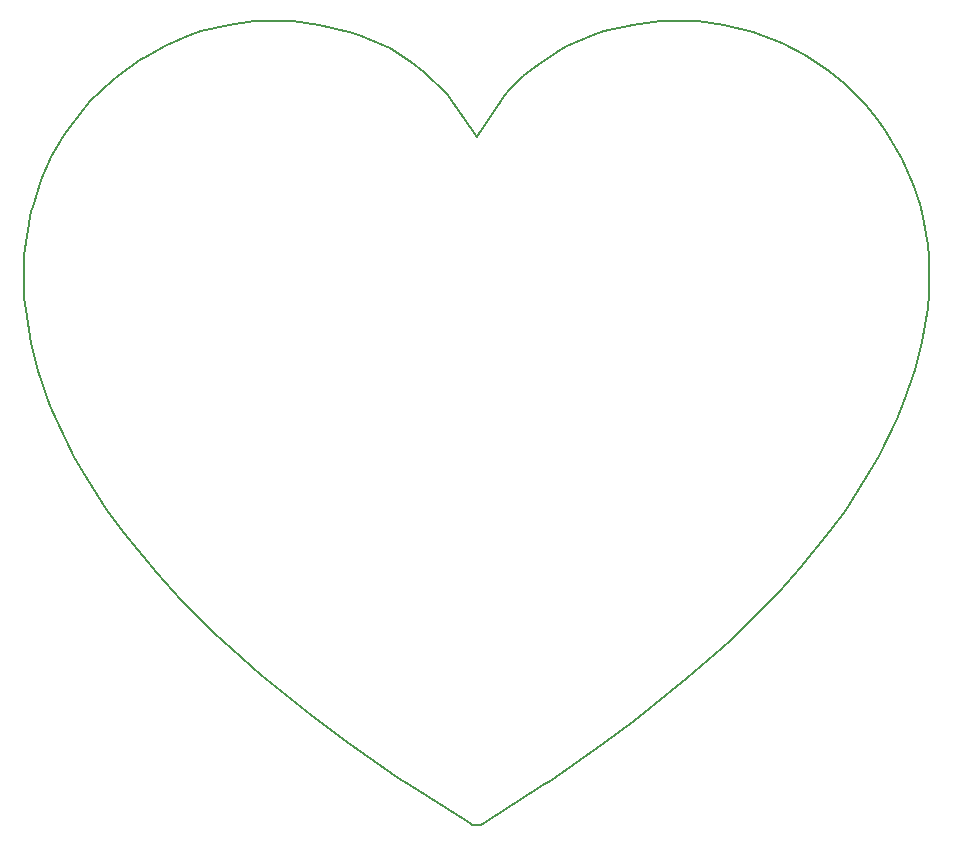
<source format=gbr>
%TF.GenerationSoftware,Altium Limited,Altium Designer,24.10.1 (45)*%
G04 Layer_Color=32896*
%FSLAX45Y45*%
%MOMM*%
%TF.SameCoordinates,5161A517-D4F4-47BB-AA9F-3B40E8EE5112*%
%TF.FilePolarity,Positive*%
%TF.FileFunction,Other,Board_Shape*%
%TF.Part,Single*%
G01*
G75*
%TA.AperFunction,NonConductor*%
%ADD59C,0.20000*%
D59*
X455260Y3147755D02*
X528341Y3019785D01*
X528364Y3019746D01*
X725651Y2713585D01*
X725672Y2713554D01*
X875471Y2507387D01*
X875497Y2507354D01*
X1155330Y2169178D01*
X1155346Y2169159D01*
X1360430Y1939603D01*
X1360456Y1939576D01*
X1640364Y1659668D01*
X1640389Y1659644D01*
X1787421Y1526919D01*
X2038170Y1304901D01*
X2038196Y1304879D01*
X2459093Y962365D01*
X2459119Y962345D01*
X2761805Y735330D01*
X2761834Y735309D01*
X3224880Y416703D01*
X3253836Y397399D01*
X3253857Y397385D01*
X3803485Y49627D01*
X3811224Y45753D01*
X3821796Y38064D01*
X3822192Y37935D01*
X3899408D01*
X3899770Y38040D01*
X4448460Y387747D01*
X4470749Y402607D01*
X4940461Y725657D01*
X4940487Y725675D01*
X5194914Y914082D01*
X5194935Y914099D01*
X5644798Y1275924D01*
X5644824Y1275947D01*
X5880676Y1483506D01*
X6003985Y1592071D01*
X6004020Y1592104D01*
X6428708Y2016792D01*
X6428747Y2016834D01*
X6600068Y2211984D01*
X6600094Y2212014D01*
X6855759Y2526662D01*
X6855782Y2526692D01*
X6986270Y2703894D01*
X6986300Y2703938D01*
X7218037Y3070461D01*
X7218057Y3070494D01*
X7266317Y3157362D01*
X7266336Y3157400D01*
X7421060Y3475385D01*
X7421084Y3475438D01*
X7482852Y3627929D01*
X7482868Y3627971D01*
X7571212Y3888688D01*
X7571226Y3888735D01*
X7631977Y4122086D01*
X7631991Y4122155D01*
X7679262Y4411213D01*
X7679267Y4411249D01*
X7693312Y4526707D01*
X7693317Y4526799D01*
X7688016Y4845711D02*
X7693317Y4526799D01*
X7688013Y4845767D02*
X7688016Y4845711D01*
X7679311Y4941483D02*
X7688013Y4845767D01*
X7679303Y4941550D02*
X7679311Y4941483D01*
X7639110Y5183965D02*
X7679303Y4941550D01*
X7639094Y5184041D02*
X7639110Y5183965D01*
X7612676Y5288600D02*
X7639094Y5184041D01*
X7612659Y5288661D02*
X7612676Y5288600D01*
X7556228Y5462266D02*
X7612659Y5288661D01*
X7556200Y5462342D02*
X7556228Y5462266D01*
X7463548Y5676600D02*
X7556200Y5462342D01*
X7463504Y5676686D02*
X7463548Y5676600D01*
X7319021Y5918506D02*
X7463504Y5676686D01*
X7318995Y5918547D02*
X7319021Y5918506D01*
X7251431Y6015067D02*
X7318995Y5918547D01*
X7251406Y6015100D02*
X7251431Y6015067D01*
X7162319Y6129428D02*
X7251406Y6015100D01*
X7162260Y6129496D02*
X7162319Y6129428D01*
X6978872Y6312884D02*
X7162260Y6129496D01*
X6978803Y6312944D02*
X6978872Y6312884D01*
X6841938Y6416800D02*
X6978803Y6312944D01*
X6841899Y6416827D02*
X6841938Y6416800D01*
X6639993Y6552332D02*
X6841899Y6416827D01*
X6639917Y6552377D02*
X6639993Y6552332D01*
X6448821Y6652750D02*
X6639917Y6552377D01*
X6448758Y6652781D02*
X6448821Y6652750D01*
X6273091Y6725171D02*
X6448758Y6652781D01*
X6273048Y6725187D02*
X6273091Y6725171D01*
X6197762Y6750282D02*
X6273048Y6725187D01*
X6197713Y6750297D02*
X6197762Y6750282D01*
X5954795Y6811052D02*
X6197713Y6750297D01*
X5954721Y6811066D02*
X5954795Y6811052D01*
X5733397Y6843932D02*
X5954721Y6811066D01*
X5733288Y6843941D02*
X5733397Y6843932D01*
X5414772Y6843941D02*
X5733288D01*
X5414673Y6843934D02*
X5414772Y6843941D01*
X5182372Y6809239D02*
X5414673Y6843934D01*
X5182320Y6809229D02*
X5182372Y6809239D01*
X4942524Y6753649D02*
X5182320Y6809229D01*
X4942466Y6753633D02*
X4942524Y6753649D01*
X4844129Y6721327D02*
X4942466Y6753633D01*
X4844072Y6721305D02*
X4844129Y6721327D01*
X4624023Y6629618D02*
X4844072Y6721305D01*
X4623935Y6629576D02*
X4624023Y6629618D01*
X4564093Y6594829D02*
X4623935Y6629576D01*
X4564058Y6594807D02*
X4564093Y6594829D01*
X4354417Y6455432D02*
X4564058Y6594807D01*
X4354386Y6455410D02*
X4354417Y6455432D01*
X4321948Y6431082D02*
X4354386Y6455410D01*
X4256122Y6380506D02*
X4321948Y6431082D01*
X4256056Y6380448D02*
X4256122Y6380506D01*
X4140232Y6264624D02*
X4256056Y6380448D01*
X4140174Y6264557D02*
X4140232Y6264624D01*
X4094284Y6204664D02*
X4140174Y6264557D01*
X4065272Y6166297D02*
X4094284Y6204664D01*
X4065248Y6166264D02*
X4065272Y6166297D01*
X3872212Y5876710D02*
X4065248Y6166264D01*
X3860799Y5859958D02*
X3872212Y5876710D01*
X3610409Y6225912D02*
X3860799Y5859958D01*
X3610311Y6226028D02*
X3610409Y6225912D01*
X3419020Y6411722D02*
X3610311Y6226028D01*
X3418949Y6411783D02*
X3419020Y6411722D01*
X3309302Y6494018D02*
X3418949Y6411783D01*
X3309260Y6494047D02*
X3309302Y6494018D01*
X3126644Y6610258D02*
X3309260Y6494047D01*
X3126575Y6610296D02*
X3126644Y6610258D01*
X3087984Y6629591D02*
X3126575Y6610296D01*
X3087941Y6629612D02*
X3087984Y6629591D01*
X2865945Y6725167D02*
X3087941Y6629612D01*
X2865861Y6725196D02*
X2865945Y6725167D01*
X2780834Y6750795D02*
X2865861Y6725196D01*
X2780784Y6750809D02*
X2780834Y6750795D01*
X2528328Y6811054D02*
X2780784Y6750809D01*
X2528261Y6811066D02*
X2528328Y6811054D01*
X2306937Y6843932D02*
X2528261Y6811066D01*
X2306828Y6843941D02*
X2306937Y6843932D01*
X1978660Y6843941D02*
X2306828D01*
X1978557Y6843933D02*
X1978660Y6843941D01*
X1766865Y6811064D02*
X1978557Y6843933D01*
X1766812Y6811054D02*
X1766865Y6811064D01*
X1525712Y6753648D02*
X1766812Y6811054D01*
X1525658Y6753633D02*
X1525712Y6753648D01*
X1438903Y6725188D02*
X1525658Y6753633D01*
X1438851Y6725168D02*
X1438903Y6725188D01*
X1236159Y6639265D02*
X1438851Y6725168D01*
X1236112Y6639243D02*
X1236159Y6639265D01*
X1224546Y6633461D02*
X1236112Y6639243D01*
X1224512Y6633443D02*
X1224546Y6633461D01*
X1043574Y6532765D02*
X1224512Y6633443D01*
X1043528Y6532736D02*
X1043574Y6532765D01*
X1021238Y6517877D02*
X1043528Y6532736D01*
X821920Y6378171D02*
X1021238Y6517877D01*
X821873Y6378135D02*
X821920Y6378171D01*
X779519Y6344252D02*
X821873Y6378135D01*
X779465Y6344205D02*
X779519Y6344252D01*
X588324Y6168130D02*
X779465Y6344205D01*
X588231Y6168028D02*
X588324Y6168130D01*
X416737Y5944566D02*
X588231Y6168028D01*
X416711Y5944531D02*
X416737Y5944566D01*
X368548Y5876726D02*
X416711Y5944531D01*
X368511Y5876670D02*
X368548Y5876726D01*
X261953Y5694054D02*
X368511Y5876670D01*
X261921Y5693992D02*
X261953Y5694054D01*
X171192Y5493230D02*
X261921Y5693992D01*
X171163Y5493153D02*
X171192Y5493230D01*
X102121Y5271039D02*
X171163Y5493153D01*
X89936Y5230837D02*
X102121Y5271039D01*
X89915Y5230745D02*
X89936Y5230837D01*
X28294Y4864728D02*
X89915Y5230745D01*
X28283Y4864608D02*
X28294Y4864728D01*
X28283Y4497832D02*
Y4864608D01*
Y4497832D02*
X28289Y4497740D01*
X42292Y4391971D01*
X42296Y4391943D01*
X89611Y4112491D01*
X89622Y4112440D01*
X147534Y3880792D01*
X147552Y3880731D01*
X252246Y3581637D01*
X252263Y3581594D01*
X306314Y3454188D01*
X306334Y3454144D01*
X455260Y3147755D01*
%TF.MD5,adc3a6899f3a20a73c46171b41934b9e*%
M02*

</source>
